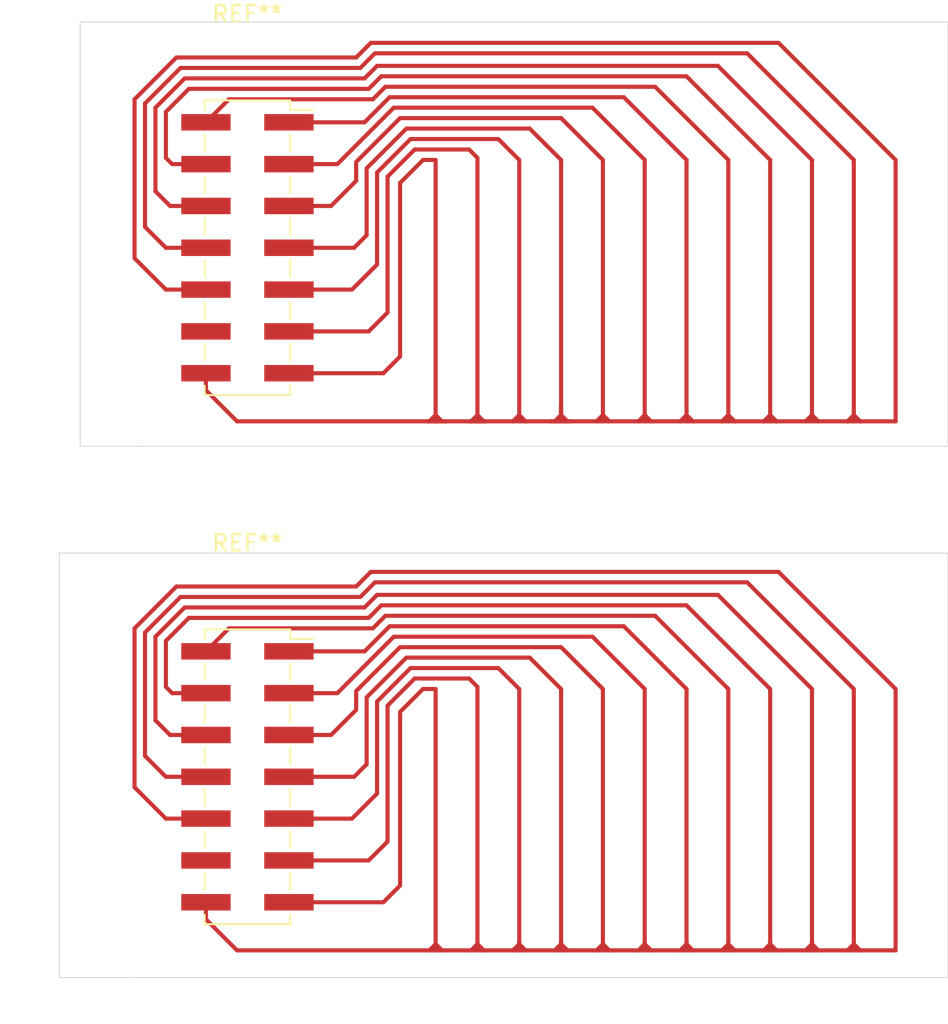
<source format=kicad_pcb>
(kicad_pcb (version 20171130) (host pcbnew "(5.1.6)-1")

  (general
    (thickness 1.6)
    (drawings 11)
    (tracks 316)
    (zones 0)
    (modules 2)
    (nets 1)
  )

  (page A4)
  (layers
    (0 F.Cu signal)
    (31 B.Cu signal)
    (32 B.Adhes user)
    (33 F.Adhes user)
    (34 B.Paste user)
    (35 F.Paste user)
    (36 B.SilkS user)
    (37 F.SilkS user)
    (38 B.Mask user)
    (39 F.Mask user)
    (40 Dwgs.User user)
    (41 Cmts.User user)
    (42 Eco1.User user)
    (43 Eco2.User user)
    (44 Edge.Cuts user)
    (45 Margin user)
    (46 B.CrtYd user)
    (47 F.CrtYd user)
    (48 B.Fab user)
    (49 F.Fab user)
  )

  (setup
    (last_trace_width 0.25)
    (trace_clearance 0.2)
    (zone_clearance 0.508)
    (zone_45_only no)
    (trace_min 0.2)
    (via_size 0.8)
    (via_drill 0.4)
    (via_min_size 0.4)
    (via_min_drill 0.3)
    (uvia_size 0.3)
    (uvia_drill 0.1)
    (uvias_allowed no)
    (uvia_min_size 0.2)
    (uvia_min_drill 0.1)
    (edge_width 0.05)
    (segment_width 0.2)
    (pcb_text_width 0.3)
    (pcb_text_size 1.5 1.5)
    (mod_edge_width 0.12)
    (mod_text_size 1 1)
    (mod_text_width 0.15)
    (pad_size 1.524 1.524)
    (pad_drill 0.762)
    (pad_to_mask_clearance 0.05)
    (aux_axis_origin 0 0)
    (visible_elements 7FFFFFFF)
    (pcbplotparams
      (layerselection 0x010fc_ffffffff)
      (usegerberextensions false)
      (usegerberattributes true)
      (usegerberadvancedattributes true)
      (creategerberjobfile true)
      (excludeedgelayer true)
      (linewidth 0.100000)
      (plotframeref false)
      (viasonmask false)
      (mode 1)
      (useauxorigin false)
      (hpglpennumber 1)
      (hpglpenspeed 20)
      (hpglpendiameter 15.000000)
      (psnegative false)
      (psa4output false)
      (plotreference true)
      (plotvalue true)
      (plotinvisibletext false)
      (padsonsilk false)
      (subtractmaskfromsilk false)
      (outputformat 1)
      (mirror false)
      (drillshape 0)
      (scaleselection 1)
      (outputdirectory "gerber/"))
  )

  (net 0 "")

  (net_class Default "This is the default net class."
    (clearance 0.2)
    (trace_width 0.25)
    (via_dia 0.8)
    (via_drill 0.4)
    (uvia_dia 0.3)
    (uvia_drill 0.1)
  )

  (module Connector_PinSocket_2.54mm:PinSocket_2x07_P2.54mm_Vertical_SMD (layer F.Cu) (tedit 5A19A41F) (tstamp 6286B92F)
    (at 100.457 83.947)
    (descr "surface-mounted straight socket strip, 2x07, 2.54mm pitch, double cols (from Kicad 4.0.7), script generated")
    (tags "Surface mounted socket strip SMD 2x07 2.54mm double row")
    (attr smd)
    (fp_text reference REF** (at 0 -14.2) (layer F.SilkS)
      (effects (font (size 1 1) (thickness 0.15)))
    )
    (fp_text value PinSocket_2x07_P2.54mm_Vertical_SMD (at 0 14.2) (layer F.Fab)
      (effects (font (size 1 1) (thickness 0.15)))
    )
    (fp_line (start -4.55 9.4) (end -4.55 -9.4) (layer F.CrtYd) (width 0.05))
    (fp_line (start 4.5 9.4) (end -4.55 9.4) (layer F.CrtYd) (width 0.05))
    (fp_line (start 4.5 -9.4) (end 4.5 9.4) (layer F.CrtYd) (width 0.05))
    (fp_line (start -4.55 -9.4) (end 4.5 -9.4) (layer F.CrtYd) (width 0.05))
    (fp_line (start 3.92 7.94) (end 2.54 7.94) (layer F.Fab) (width 0.1))
    (fp_line (start 3.92 7.3) (end 3.92 7.94) (layer F.Fab) (width 0.1))
    (fp_line (start 2.54 7.3) (end 3.92 7.3) (layer F.Fab) (width 0.1))
    (fp_line (start -3.92 7.94) (end -3.92 7.3) (layer F.Fab) (width 0.1))
    (fp_line (start -2.54 7.94) (end -3.92 7.94) (layer F.Fab) (width 0.1))
    (fp_line (start -3.92 7.3) (end -2.54 7.3) (layer F.Fab) (width 0.1))
    (fp_line (start 3.92 5.4) (end 2.54 5.4) (layer F.Fab) (width 0.1))
    (fp_line (start 3.92 4.76) (end 3.92 5.4) (layer F.Fab) (width 0.1))
    (fp_line (start 2.54 4.76) (end 3.92 4.76) (layer F.Fab) (width 0.1))
    (fp_line (start -3.92 5.4) (end -3.92 4.76) (layer F.Fab) (width 0.1))
    (fp_line (start -2.54 5.4) (end -3.92 5.4) (layer F.Fab) (width 0.1))
    (fp_line (start -3.92 4.76) (end -2.54 4.76) (layer F.Fab) (width 0.1))
    (fp_line (start 3.92 2.86) (end 2.54 2.86) (layer F.Fab) (width 0.1))
    (fp_line (start 3.92 2.22) (end 3.92 2.86) (layer F.Fab) (width 0.1))
    (fp_line (start 2.54 2.22) (end 3.92 2.22) (layer F.Fab) (width 0.1))
    (fp_line (start -3.92 2.86) (end -3.92 2.22) (layer F.Fab) (width 0.1))
    (fp_line (start -2.54 2.86) (end -3.92 2.86) (layer F.Fab) (width 0.1))
    (fp_line (start -3.92 2.22) (end -2.54 2.22) (layer F.Fab) (width 0.1))
    (fp_line (start 3.92 0.32) (end 2.54 0.32) (layer F.Fab) (width 0.1))
    (fp_line (start 3.92 -0.32) (end 3.92 0.32) (layer F.Fab) (width 0.1))
    (fp_line (start 2.54 -0.32) (end 3.92 -0.32) (layer F.Fab) (width 0.1))
    (fp_line (start -3.92 0.32) (end -3.92 -0.32) (layer F.Fab) (width 0.1))
    (fp_line (start -2.54 0.32) (end -3.92 0.32) (layer F.Fab) (width 0.1))
    (fp_line (start -3.92 -0.32) (end -2.54 -0.32) (layer F.Fab) (width 0.1))
    (fp_line (start 3.92 -2.22) (end 2.54 -2.22) (layer F.Fab) (width 0.1))
    (fp_line (start 3.92 -2.86) (end 3.92 -2.22) (layer F.Fab) (width 0.1))
    (fp_line (start 2.54 -2.86) (end 3.92 -2.86) (layer F.Fab) (width 0.1))
    (fp_line (start -3.92 -2.22) (end -3.92 -2.86) (layer F.Fab) (width 0.1))
    (fp_line (start -2.54 -2.22) (end -3.92 -2.22) (layer F.Fab) (width 0.1))
    (fp_line (start -3.92 -2.86) (end -2.54 -2.86) (layer F.Fab) (width 0.1))
    (fp_line (start 3.92 -4.76) (end 2.54 -4.76) (layer F.Fab) (width 0.1))
    (fp_line (start 3.92 -5.4) (end 3.92 -4.76) (layer F.Fab) (width 0.1))
    (fp_line (start 2.54 -5.4) (end 3.92 -5.4) (layer F.Fab) (width 0.1))
    (fp_line (start -3.92 -4.76) (end -3.92 -5.4) (layer F.Fab) (width 0.1))
    (fp_line (start -2.54 -4.76) (end -3.92 -4.76) (layer F.Fab) (width 0.1))
    (fp_line (start -3.92 -5.4) (end -2.54 -5.4) (layer F.Fab) (width 0.1))
    (fp_line (start 3.92 -7.3) (end 2.54 -7.3) (layer F.Fab) (width 0.1))
    (fp_line (start 3.92 -7.94) (end 3.92 -7.3) (layer F.Fab) (width 0.1))
    (fp_line (start 2.54 -7.94) (end 3.92 -7.94) (layer F.Fab) (width 0.1))
    (fp_line (start -3.92 -7.3) (end -3.92 -7.94) (layer F.Fab) (width 0.1))
    (fp_line (start -2.54 -7.3) (end -3.92 -7.3) (layer F.Fab) (width 0.1))
    (fp_line (start -3.92 -7.94) (end -2.54 -7.94) (layer F.Fab) (width 0.1))
    (fp_line (start -2.54 8.89) (end -2.54 -8.89) (layer F.Fab) (width 0.1))
    (fp_line (start 2.54 8.89) (end -2.54 8.89) (layer F.Fab) (width 0.1))
    (fp_line (start 2.54 -7.89) (end 2.54 8.89) (layer F.Fab) (width 0.1))
    (fp_line (start 1.54 -8.89) (end 2.54 -7.89) (layer F.Fab) (width 0.1))
    (fp_line (start -2.54 -8.89) (end 1.54 -8.89) (layer F.Fab) (width 0.1))
    (fp_line (start 2.6 -8.38) (end 3.96 -8.38) (layer F.SilkS) (width 0.12))
    (fp_line (start -2.6 8.38) (end -2.6 8.95) (layer F.SilkS) (width 0.12))
    (fp_line (start -2.6 5.84) (end -2.6 6.86) (layer F.SilkS) (width 0.12))
    (fp_line (start -2.6 3.3) (end -2.6 4.32) (layer F.SilkS) (width 0.12))
    (fp_line (start -2.6 0.76) (end -2.6 1.78) (layer F.SilkS) (width 0.12))
    (fp_line (start -2.6 -1.78) (end -2.6 -0.76) (layer F.SilkS) (width 0.12))
    (fp_line (start -2.6 -4.32) (end -2.6 -3.3) (layer F.SilkS) (width 0.12))
    (fp_line (start -2.6 -6.86) (end -2.6 -5.84) (layer F.SilkS) (width 0.12))
    (fp_line (start -2.6 -8.95) (end -2.6 -8.38) (layer F.SilkS) (width 0.12))
    (fp_line (start -2.6 8.95) (end 2.6 8.95) (layer F.SilkS) (width 0.12))
    (fp_line (start 2.6 8.38) (end 2.6 8.95) (layer F.SilkS) (width 0.12))
    (fp_line (start 2.6 5.84) (end 2.6 6.86) (layer F.SilkS) (width 0.12))
    (fp_line (start 2.6 3.3) (end 2.6 4.32) (layer F.SilkS) (width 0.12))
    (fp_line (start 2.6 0.76) (end 2.6 1.78) (layer F.SilkS) (width 0.12))
    (fp_line (start 2.6 -1.78) (end 2.6 -0.76) (layer F.SilkS) (width 0.12))
    (fp_line (start 2.6 -4.32) (end 2.6 -3.3) (layer F.SilkS) (width 0.12))
    (fp_line (start 2.6 -6.86) (end 2.6 -5.84) (layer F.SilkS) (width 0.12))
    (fp_line (start 2.6 -8.95) (end 2.6 -8.38) (layer F.SilkS) (width 0.12))
    (fp_line (start -2.6 -8.95) (end 2.6 -8.95) (layer F.SilkS) (width 0.12))
    (fp_text user %R (at 0 0 90) (layer F.Fab)
      (effects (font (size 1 1) (thickness 0.15)))
    )
    (pad 1 smd rect (at 2.52 -7.62) (size 3 1) (layers F.Cu F.Paste F.Mask))
    (pad 2 smd rect (at -2.52 -7.62) (size 3 1) (layers F.Cu F.Paste F.Mask))
    (pad 3 smd rect (at 2.52 -5.08) (size 3 1) (layers F.Cu F.Paste F.Mask))
    (pad 4 smd rect (at -2.52 -5.08) (size 3 1) (layers F.Cu F.Paste F.Mask))
    (pad 5 smd rect (at 2.52 -2.54) (size 3 1) (layers F.Cu F.Paste F.Mask))
    (pad 6 smd rect (at -2.52 -2.54) (size 3 1) (layers F.Cu F.Paste F.Mask))
    (pad 7 smd rect (at 2.52 0) (size 3 1) (layers F.Cu F.Paste F.Mask))
    (pad 8 smd rect (at -2.52 0) (size 3 1) (layers F.Cu F.Paste F.Mask))
    (pad 9 smd rect (at 2.52 2.54) (size 3 1) (layers F.Cu F.Paste F.Mask))
    (pad 10 smd rect (at -2.52 2.54) (size 3 1) (layers F.Cu F.Paste F.Mask))
    (pad 11 smd rect (at 2.52 5.08) (size 3 1) (layers F.Cu F.Paste F.Mask))
    (pad 12 smd rect (at -2.52 5.08) (size 3 1) (layers F.Cu F.Paste F.Mask))
    (pad 13 smd rect (at 2.52 7.62) (size 3 1) (layers F.Cu F.Paste F.Mask))
    (pad 14 smd rect (at -2.52 7.62) (size 3 1) (layers F.Cu F.Paste F.Mask))
    (model ${KISYS3DMOD}/Connector_PinSocket_2.54mm.3dshapes/PinSocket_2x07_P2.54mm_Vertical_SMD.wrl
      (at (xyz 0 0 0))
      (scale (xyz 1 1 1))
      (rotate (xyz 0 0 0))
    )
  )

  (module Connector_PinSocket_2.54mm:PinSocket_2x07_P2.54mm_Vertical_SMD (layer F.Cu) (tedit 5A19A41F) (tstamp 62866C2F)
    (at 100.457 51.816)
    (descr "surface-mounted straight socket strip, 2x07, 2.54mm pitch, double cols (from Kicad 4.0.7), script generated")
    (tags "Surface mounted socket strip SMD 2x07 2.54mm double row")
    (attr smd)
    (fp_text reference REF** (at 0 -14.2) (layer F.SilkS)
      (effects (font (size 1 1) (thickness 0.15)))
    )
    (fp_text value PinSocket_2x07_P2.54mm_Vertical_SMD (at 0 14.2) (layer F.Fab)
      (effects (font (size 1 1) (thickness 0.15)))
    )
    (fp_line (start -4.55 9.4) (end -4.55 -9.4) (layer F.CrtYd) (width 0.05))
    (fp_line (start 4.5 9.4) (end -4.55 9.4) (layer F.CrtYd) (width 0.05))
    (fp_line (start 4.5 -9.4) (end 4.5 9.4) (layer F.CrtYd) (width 0.05))
    (fp_line (start -4.55 -9.4) (end 4.5 -9.4) (layer F.CrtYd) (width 0.05))
    (fp_line (start 3.92 7.94) (end 2.54 7.94) (layer F.Fab) (width 0.1))
    (fp_line (start 3.92 7.3) (end 3.92 7.94) (layer F.Fab) (width 0.1))
    (fp_line (start 2.54 7.3) (end 3.92 7.3) (layer F.Fab) (width 0.1))
    (fp_line (start -3.92 7.94) (end -3.92 7.3) (layer F.Fab) (width 0.1))
    (fp_line (start -2.54 7.94) (end -3.92 7.94) (layer F.Fab) (width 0.1))
    (fp_line (start -3.92 7.3) (end -2.54 7.3) (layer F.Fab) (width 0.1))
    (fp_line (start 3.92 5.4) (end 2.54 5.4) (layer F.Fab) (width 0.1))
    (fp_line (start 3.92 4.76) (end 3.92 5.4) (layer F.Fab) (width 0.1))
    (fp_line (start 2.54 4.76) (end 3.92 4.76) (layer F.Fab) (width 0.1))
    (fp_line (start -3.92 5.4) (end -3.92 4.76) (layer F.Fab) (width 0.1))
    (fp_line (start -2.54 5.4) (end -3.92 5.4) (layer F.Fab) (width 0.1))
    (fp_line (start -3.92 4.76) (end -2.54 4.76) (layer F.Fab) (width 0.1))
    (fp_line (start 3.92 2.86) (end 2.54 2.86) (layer F.Fab) (width 0.1))
    (fp_line (start 3.92 2.22) (end 3.92 2.86) (layer F.Fab) (width 0.1))
    (fp_line (start 2.54 2.22) (end 3.92 2.22) (layer F.Fab) (width 0.1))
    (fp_line (start -3.92 2.86) (end -3.92 2.22) (layer F.Fab) (width 0.1))
    (fp_line (start -2.54 2.86) (end -3.92 2.86) (layer F.Fab) (width 0.1))
    (fp_line (start -3.92 2.22) (end -2.54 2.22) (layer F.Fab) (width 0.1))
    (fp_line (start 3.92 0.32) (end 2.54 0.32) (layer F.Fab) (width 0.1))
    (fp_line (start 3.92 -0.32) (end 3.92 0.32) (layer F.Fab) (width 0.1))
    (fp_line (start 2.54 -0.32) (end 3.92 -0.32) (layer F.Fab) (width 0.1))
    (fp_line (start -3.92 0.32) (end -3.92 -0.32) (layer F.Fab) (width 0.1))
    (fp_line (start -2.54 0.32) (end -3.92 0.32) (layer F.Fab) (width 0.1))
    (fp_line (start -3.92 -0.32) (end -2.54 -0.32) (layer F.Fab) (width 0.1))
    (fp_line (start 3.92 -2.22) (end 2.54 -2.22) (layer F.Fab) (width 0.1))
    (fp_line (start 3.92 -2.86) (end 3.92 -2.22) (layer F.Fab) (width 0.1))
    (fp_line (start 2.54 -2.86) (end 3.92 -2.86) (layer F.Fab) (width 0.1))
    (fp_line (start -3.92 -2.22) (end -3.92 -2.86) (layer F.Fab) (width 0.1))
    (fp_line (start -2.54 -2.22) (end -3.92 -2.22) (layer F.Fab) (width 0.1))
    (fp_line (start -3.92 -2.86) (end -2.54 -2.86) (layer F.Fab) (width 0.1))
    (fp_line (start 3.92 -4.76) (end 2.54 -4.76) (layer F.Fab) (width 0.1))
    (fp_line (start 3.92 -5.4) (end 3.92 -4.76) (layer F.Fab) (width 0.1))
    (fp_line (start 2.54 -5.4) (end 3.92 -5.4) (layer F.Fab) (width 0.1))
    (fp_line (start -3.92 -4.76) (end -3.92 -5.4) (layer F.Fab) (width 0.1))
    (fp_line (start -2.54 -4.76) (end -3.92 -4.76) (layer F.Fab) (width 0.1))
    (fp_line (start -3.92 -5.4) (end -2.54 -5.4) (layer F.Fab) (width 0.1))
    (fp_line (start 3.92 -7.3) (end 2.54 -7.3) (layer F.Fab) (width 0.1))
    (fp_line (start 3.92 -7.94) (end 3.92 -7.3) (layer F.Fab) (width 0.1))
    (fp_line (start 2.54 -7.94) (end 3.92 -7.94) (layer F.Fab) (width 0.1))
    (fp_line (start -3.92 -7.3) (end -3.92 -7.94) (layer F.Fab) (width 0.1))
    (fp_line (start -2.54 -7.3) (end -3.92 -7.3) (layer F.Fab) (width 0.1))
    (fp_line (start -3.92 -7.94) (end -2.54 -7.94) (layer F.Fab) (width 0.1))
    (fp_line (start -2.54 8.89) (end -2.54 -8.89) (layer F.Fab) (width 0.1))
    (fp_line (start 2.54 8.89) (end -2.54 8.89) (layer F.Fab) (width 0.1))
    (fp_line (start 2.54 -7.89) (end 2.54 8.89) (layer F.Fab) (width 0.1))
    (fp_line (start 1.54 -8.89) (end 2.54 -7.89) (layer F.Fab) (width 0.1))
    (fp_line (start -2.54 -8.89) (end 1.54 -8.89) (layer F.Fab) (width 0.1))
    (fp_line (start 2.6 -8.38) (end 3.96 -8.38) (layer F.SilkS) (width 0.12))
    (fp_line (start -2.6 8.38) (end -2.6 8.95) (layer F.SilkS) (width 0.12))
    (fp_line (start -2.6 5.84) (end -2.6 6.86) (layer F.SilkS) (width 0.12))
    (fp_line (start -2.6 3.3) (end -2.6 4.32) (layer F.SilkS) (width 0.12))
    (fp_line (start -2.6 0.76) (end -2.6 1.78) (layer F.SilkS) (width 0.12))
    (fp_line (start -2.6 -1.78) (end -2.6 -0.76) (layer F.SilkS) (width 0.12))
    (fp_line (start -2.6 -4.32) (end -2.6 -3.3) (layer F.SilkS) (width 0.12))
    (fp_line (start -2.6 -6.86) (end -2.6 -5.84) (layer F.SilkS) (width 0.12))
    (fp_line (start -2.6 -8.95) (end -2.6 -8.38) (layer F.SilkS) (width 0.12))
    (fp_line (start -2.6 8.95) (end 2.6 8.95) (layer F.SilkS) (width 0.12))
    (fp_line (start 2.6 8.38) (end 2.6 8.95) (layer F.SilkS) (width 0.12))
    (fp_line (start 2.6 5.84) (end 2.6 6.86) (layer F.SilkS) (width 0.12))
    (fp_line (start 2.6 3.3) (end 2.6 4.32) (layer F.SilkS) (width 0.12))
    (fp_line (start 2.6 0.76) (end 2.6 1.78) (layer F.SilkS) (width 0.12))
    (fp_line (start 2.6 -1.78) (end 2.6 -0.76) (layer F.SilkS) (width 0.12))
    (fp_line (start 2.6 -4.32) (end 2.6 -3.3) (layer F.SilkS) (width 0.12))
    (fp_line (start 2.6 -6.86) (end 2.6 -5.84) (layer F.SilkS) (width 0.12))
    (fp_line (start 2.6 -8.95) (end 2.6 -8.38) (layer F.SilkS) (width 0.12))
    (fp_line (start -2.6 -8.95) (end 2.6 -8.95) (layer F.SilkS) (width 0.12))
    (fp_text user %R (at 0 0 90) (layer F.Fab)
      (effects (font (size 1 1) (thickness 0.15)))
    )
    (pad 14 smd rect (at -2.52 7.62) (size 3 1) (layers F.Cu F.Paste F.Mask))
    (pad 13 smd rect (at 2.52 7.62) (size 3 1) (layers F.Cu F.Paste F.Mask))
    (pad 12 smd rect (at -2.52 5.08) (size 3 1) (layers F.Cu F.Paste F.Mask))
    (pad 11 smd rect (at 2.52 5.08) (size 3 1) (layers F.Cu F.Paste F.Mask))
    (pad 10 smd rect (at -2.52 2.54) (size 3 1) (layers F.Cu F.Paste F.Mask))
    (pad 9 smd rect (at 2.52 2.54) (size 3 1) (layers F.Cu F.Paste F.Mask))
    (pad 8 smd rect (at -2.52 0) (size 3 1) (layers F.Cu F.Paste F.Mask))
    (pad 7 smd rect (at 2.52 0) (size 3 1) (layers F.Cu F.Paste F.Mask))
    (pad 6 smd rect (at -2.52 -2.54) (size 3 1) (layers F.Cu F.Paste F.Mask))
    (pad 5 smd rect (at 2.52 -2.54) (size 3 1) (layers F.Cu F.Paste F.Mask))
    (pad 4 smd rect (at -2.52 -5.08) (size 3 1) (layers F.Cu F.Paste F.Mask))
    (pad 3 smd rect (at 2.52 -5.08) (size 3 1) (layers F.Cu F.Paste F.Mask))
    (pad 2 smd rect (at -2.52 -7.62) (size 3 1) (layers F.Cu F.Paste F.Mask))
    (pad 1 smd rect (at 2.52 -7.62) (size 3 1) (layers F.Cu F.Paste F.Mask))
    (model ${KISYS3DMOD}/Connector_PinSocket_2.54mm.3dshapes/PinSocket_2x07_P2.54mm_Vertical_SMD.wrl
      (at (xyz 0 0 0))
      (scale (xyz 1 1 1))
      (rotate (xyz 0 0 0))
    )
  )

  (gr_line (start 93.726 96.139) (end 89.027 96.139) (layer Edge.Cuts) (width 0.05) (tstamp 6286BA9B))
  (gr_line (start 93.726 70.358) (end 89.027 70.358) (layer Edge.Cuts) (width 0.05) (tstamp 6286BA9A))
  (gr_line (start 90.297 38.1) (end 143.002 38.1) (layer Edge.Cuts) (width 0.05) (tstamp 6286BA97))
  (gr_line (start 93.726 63.881) (end 90.297 63.881) (layer Edge.Cuts) (width 0.05) (tstamp 6286BA96))
  (gr_line (start 143.002 63.881) (end 143.002 38.1) (layer Edge.Cuts) (width 0.05) (tstamp 62866C93))
  (gr_line (start 93.726 63.881) (end 143.002 63.881) (layer Edge.Cuts) (width 0.05) (tstamp 62866C2E))
  (gr_line (start 90.297 38.1) (end 90.297 63.881) (layer Edge.Cuts) (width 0.05) (tstamp 62866C2D))
  (gr_line (start 143.002 70.358) (end 93.726 70.358) (layer Edge.Cuts) (width 0.05) (tstamp 62811ECE))
  (gr_line (start 143.002 96.139) (end 143.002 70.358) (layer Edge.Cuts) (width 0.05))
  (gr_line (start 93.726 96.139) (end 143.002 96.139) (layer Edge.Cuts) (width 0.05))
  (gr_line (start 89.027 70.358) (end 89.027 96.139) (layer Edge.Cuts) (width 0.05))

  (segment (start 97.937 60.472) (end 97.937 59.436) (width 0.25) (layer F.Cu) (net 0))
  (segment (start 99.822 62.357) (end 97.937 60.472) (width 0.25) (layer F.Cu) (net 0))
  (segment (start 108.712 59.436) (end 102.977 59.436) (width 0.25) (layer F.Cu) (net 0))
  (segment (start 111.887 46.482) (end 111.125 46.482) (width 0.25) (layer F.Cu) (net 0))
  (segment (start 111.125 46.482) (end 109.728 47.879) (width 0.25) (layer F.Cu) (net 0))
  (segment (start 109.728 47.879) (end 109.728 58.42) (width 0.25) (layer F.Cu) (net 0))
  (segment (start 109.728 58.42) (end 108.712 59.436) (width 0.25) (layer F.Cu) (net 0))
  (segment (start 108.966 55.753) (end 107.823 56.896) (width 0.25) (layer F.Cu) (net 0))
  (segment (start 107.823 56.896) (end 102.977 56.896) (width 0.25) (layer F.Cu) (net 0))
  (segment (start 114.427 46.355) (end 113.919 45.847) (width 0.25) (layer F.Cu) (net 0))
  (segment (start 110.617 45.847) (end 108.966 47.498) (width 0.25) (layer F.Cu) (net 0))
  (segment (start 108.966 47.498) (end 108.966 55.753) (width 0.25) (layer F.Cu) (net 0))
  (segment (start 113.919 45.847) (end 110.617 45.847) (width 0.25) (layer F.Cu) (net 0))
  (segment (start 106.807 54.356) (end 102.977 54.356) (width 0.25) (layer F.Cu) (net 0))
  (segment (start 108.331 52.832) (end 106.807 54.356) (width 0.25) (layer F.Cu) (net 0))
  (segment (start 116.967 46.482) (end 115.697 45.212) (width 0.25) (layer F.Cu) (net 0))
  (segment (start 108.331 47.244) (end 108.331 52.832) (width 0.25) (layer F.Cu) (net 0))
  (segment (start 115.697 45.212) (end 110.363 45.212) (width 0.25) (layer F.Cu) (net 0))
  (segment (start 110.363 45.212) (end 108.331 47.244) (width 0.25) (layer F.Cu) (net 0))
  (segment (start 106.934 51.816) (end 102.977 51.816) (width 0.25) (layer F.Cu) (net 0))
  (segment (start 119.507 46.482) (end 117.602 44.577) (width 0.25) (layer F.Cu) (net 0))
  (segment (start 117.602 44.577) (end 110.109 44.577) (width 0.25) (layer F.Cu) (net 0))
  (segment (start 107.696 46.99) (end 107.696 51.054) (width 0.25) (layer F.Cu) (net 0))
  (segment (start 107.696 51.054) (end 106.934 51.816) (width 0.25) (layer F.Cu) (net 0))
  (segment (start 110.109 44.577) (end 107.696 46.99) (width 0.25) (layer F.Cu) (net 0))
  (segment (start 107.061 47.752) (end 105.537 49.276) (width 0.25) (layer F.Cu) (net 0))
  (segment (start 105.537 49.276) (end 102.977 49.276) (width 0.25) (layer F.Cu) (net 0))
  (segment (start 122.047 46.482) (end 119.507 43.942) (width 0.25) (layer F.Cu) (net 0))
  (segment (start 109.728 43.942) (end 107.061 46.609) (width 0.25) (layer F.Cu) (net 0))
  (segment (start 119.507 43.942) (end 109.728 43.942) (width 0.25) (layer F.Cu) (net 0))
  (segment (start 107.061 46.609) (end 107.061 47.752) (width 0.25) (layer F.Cu) (net 0))
  (segment (start 105.918 46.736) (end 102.977 46.736) (width 0.25) (layer F.Cu) (net 0))
  (segment (start 121.412 43.307) (end 109.347 43.307) (width 0.25) (layer F.Cu) (net 0))
  (segment (start 109.347 43.307) (end 105.918 46.736) (width 0.25) (layer F.Cu) (net 0))
  (segment (start 124.587 46.482) (end 121.412 43.307) (width 0.25) (layer F.Cu) (net 0))
  (segment (start 107.569 44.196) (end 102.977 44.196) (width 0.25) (layer F.Cu) (net 0))
  (segment (start 123.317 42.672) (end 109.093 42.672) (width 0.25) (layer F.Cu) (net 0))
  (segment (start 109.093 42.672) (end 107.569 44.196) (width 0.25) (layer F.Cu) (net 0))
  (segment (start 127.127 46.482) (end 123.317 42.672) (width 0.25) (layer F.Cu) (net 0))
  (segment (start 99.334 42.799) (end 97.937 44.196) (width 0.25) (layer F.Cu) (net 0))
  (segment (start 129.667 46.482) (end 125.222 42.037) (width 0.25) (layer F.Cu) (net 0))
  (segment (start 125.222 42.037) (end 108.839 42.037) (width 0.25) (layer F.Cu) (net 0))
  (segment (start 108.077 42.799) (end 99.334 42.799) (width 0.25) (layer F.Cu) (net 0))
  (segment (start 108.839 42.037) (end 108.077 42.799) (width 0.25) (layer F.Cu) (net 0))
  (segment (start 95.885 46.736) (end 97.937 46.736) (width 0.25) (layer F.Cu) (net 0))
  (segment (start 95.504 46.355) (end 95.885 46.736) (width 0.25) (layer F.Cu) (net 0))
  (segment (start 132.207 46.482) (end 127.127 41.402) (width 0.25) (layer F.Cu) (net 0))
  (segment (start 95.504 43.561) (end 95.504 46.355) (width 0.25) (layer F.Cu) (net 0))
  (segment (start 96.901 42.164) (end 95.504 43.561) (width 0.25) (layer F.Cu) (net 0))
  (segment (start 108.585 41.402) (end 107.823 42.164) (width 0.25) (layer F.Cu) (net 0))
  (segment (start 127.127 41.402) (end 108.585 41.402) (width 0.25) (layer F.Cu) (net 0))
  (segment (start 107.823 42.164) (end 96.901 42.164) (width 0.25) (layer F.Cu) (net 0))
  (segment (start 95.758 49.276) (end 97.937 49.276) (width 0.25) (layer F.Cu) (net 0))
  (segment (start 94.869 48.387) (end 95.758 49.276) (width 0.25) (layer F.Cu) (net 0))
  (segment (start 96.647 41.529) (end 94.869 43.307) (width 0.25) (layer F.Cu) (net 0))
  (segment (start 134.747 46.482) (end 129.032 40.767) (width 0.25) (layer F.Cu) (net 0))
  (segment (start 108.331 40.767) (end 107.569 41.529) (width 0.25) (layer F.Cu) (net 0))
  (segment (start 129.032 40.767) (end 108.331 40.767) (width 0.25) (layer F.Cu) (net 0))
  (segment (start 94.869 43.307) (end 94.869 48.387) (width 0.25) (layer F.Cu) (net 0))
  (segment (start 107.569 41.529) (end 96.647 41.529) (width 0.25) (layer F.Cu) (net 0))
  (segment (start 95.504 51.816) (end 97.937 51.816) (width 0.25) (layer F.Cu) (net 0))
  (segment (start 94.234 43.053) (end 94.234 50.546) (width 0.25) (layer F.Cu) (net 0))
  (segment (start 137.287 46.482) (end 130.81 40.005) (width 0.25) (layer F.Cu) (net 0))
  (segment (start 130.81 40.005) (end 108.204 40.005) (width 0.25) (layer F.Cu) (net 0))
  (segment (start 96.393 40.894) (end 94.234 43.053) (width 0.25) (layer F.Cu) (net 0))
  (segment (start 108.204 40.005) (end 107.315 40.894) (width 0.25) (layer F.Cu) (net 0))
  (segment (start 94.234 50.546) (end 95.504 51.816) (width 0.25) (layer F.Cu) (net 0))
  (segment (start 107.315 40.894) (end 96.393 40.894) (width 0.25) (layer F.Cu) (net 0))
  (segment (start 108.077 74.93) (end 99.334 74.93) (width 0.25) (layer F.Cu) (net 0) (tstamp 6286B987))
  (segment (start 108.839 74.168) (end 108.077 74.93) (width 0.25) (layer F.Cu) (net 0) (tstamp 6286B988))
  (segment (start 129.667 78.613) (end 125.222 74.168) (width 0.25) (layer F.Cu) (net 0) (tstamp 6286B989))
  (segment (start 125.222 74.168) (end 108.839 74.168) (width 0.25) (layer F.Cu) (net 0) (tstamp 6286B98A))
  (segment (start 132.207 78.613) (end 127.127 73.533) (width 0.25) (layer F.Cu) (net 0) (tstamp 6286B98C))
  (segment (start 96.901 74.295) (end 95.504 75.692) (width 0.25) (layer F.Cu) (net 0) (tstamp 6286B98D))
  (segment (start 95.504 75.692) (end 95.504 78.486) (width 0.25) (layer F.Cu) (net 0) (tstamp 6286B98F))
  (segment (start 95.885 78.867) (end 97.937 78.867) (width 0.25) (layer F.Cu) (net 0) (tstamp 6286B990))
  (segment (start 95.504 78.486) (end 95.885 78.867) (width 0.25) (layer F.Cu) (net 0) (tstamp 6286B991))
  (segment (start 108.585 73.533) (end 107.823 74.295) (width 0.25) (layer F.Cu) (net 0) (tstamp 6286B992))
  (segment (start 107.823 74.295) (end 96.901 74.295) (width 0.25) (layer F.Cu) (net 0) (tstamp 6286B993))
  (segment (start 127.127 73.533) (end 108.585 73.533) (width 0.25) (layer F.Cu) (net 0) (tstamp 6286B994))
  (segment (start 107.315 73.025) (end 96.393 73.025) (width 0.25) (layer F.Cu) (net 0) (tstamp 6286B995))
  (segment (start 95.504 83.947) (end 97.937 83.947) (width 0.25) (layer F.Cu) (net 0) (tstamp 6286B996))
  (segment (start 94.234 75.184) (end 94.234 82.677) (width 0.25) (layer F.Cu) (net 0) (tstamp 6286B997))
  (segment (start 137.287 78.613) (end 130.81 72.136) (width 0.25) (layer F.Cu) (net 0) (tstamp 6286B998))
  (segment (start 108.204 72.136) (end 107.315 73.025) (width 0.25) (layer F.Cu) (net 0) (tstamp 6286B999))
  (segment (start 130.81 72.136) (end 108.204 72.136) (width 0.25) (layer F.Cu) (net 0) (tstamp 6286B99A))
  (segment (start 96.393 73.025) (end 94.234 75.184) (width 0.25) (layer F.Cu) (net 0) (tstamp 6286B99C))
  (segment (start 94.234 82.677) (end 95.504 83.947) (width 0.25) (layer F.Cu) (net 0) (tstamp 6286B99D))
  (segment (start 109.728 80.01) (end 109.728 90.551) (width 0.25) (layer F.Cu) (net 0) (tstamp 6286B99E))
  (segment (start 109.728 90.551) (end 108.712 91.567) (width 0.25) (layer F.Cu) (net 0) (tstamp 6286B99F))
  (segment (start 108.712 91.567) (end 102.977 91.567) (width 0.25) (layer F.Cu) (net 0) (tstamp 6286B9A0))
  (segment (start 111.125 78.613) (end 109.728 80.01) (width 0.25) (layer F.Cu) (net 0) (tstamp 6286B9A2))
  (segment (start 111.887 78.613) (end 111.125 78.613) (width 0.25) (layer F.Cu) (net 0) (tstamp 6286B9A3))
  (segment (start 105.537 81.407) (end 102.977 81.407) (width 0.25) (layer F.Cu) (net 0) (tstamp 6286B9A4))
  (segment (start 122.047 78.613) (end 119.507 76.073) (width 0.25) (layer F.Cu) (net 0) (tstamp 6286B9A5))
  (segment (start 109.728 76.073) (end 107.061 78.74) (width 0.25) (layer F.Cu) (net 0) (tstamp 6286B9A6))
  (segment (start 95.504 86.487) (end 97.937 86.487) (width 0.25) (layer F.Cu) (net 0) (tstamp 6286B9A7))
  (segment (start 132.715 71.501) (end 107.95 71.501) (width 0.25) (layer F.Cu) (net 0) (tstamp 6286B9AA))
  (segment (start 119.507 76.073) (end 109.728 76.073) (width 0.25) (layer F.Cu) (net 0) (tstamp 6286B9AB))
  (segment (start 107.061 78.74) (end 107.061 79.883) (width 0.25) (layer F.Cu) (net 0) (tstamp 6286B9AC))
  (segment (start 107.061 72.39) (end 96.139 72.39) (width 0.25) (layer F.Cu) (net 0) (tstamp 6286B9AD))
  (segment (start 139.827 94.488) (end 139.827 78.613) (width 0.25) (layer F.Cu) (net 0) (tstamp 6286B9AE))
  (segment (start 107.569 76.327) (end 102.977 76.327) (width 0.25) (layer F.Cu) (net 0) (tstamp 6286B9AF))
  (segment (start 108.331 79.375) (end 108.331 84.963) (width 0.25) (layer F.Cu) (net 0) (tstamp 6286B9B0))
  (segment (start 139.827 78.613) (end 132.715 71.501) (width 0.25) (layer F.Cu) (net 0) (tstamp 6286B9B1))
  (segment (start 123.317 74.803) (end 109.093 74.803) (width 0.25) (layer F.Cu) (net 0) (tstamp 6286B9B2))
  (segment (start 93.599 84.582) (end 95.504 86.487) (width 0.25) (layer F.Cu) (net 0) (tstamp 6286B9B3))
  (segment (start 93.599 74.93) (end 93.599 84.582) (width 0.25) (layer F.Cu) (net 0) (tstamp 6286B9B4))
  (segment (start 109.093 74.803) (end 107.569 76.327) (width 0.25) (layer F.Cu) (net 0) (tstamp 6286B9B5))
  (segment (start 106.807 86.487) (end 102.977 86.487) (width 0.25) (layer F.Cu) (net 0) (tstamp 6286B9B6))
  (segment (start 115.697 77.343) (end 110.363 77.343) (width 0.25) (layer F.Cu) (net 0) (tstamp 6286B9B7))
  (segment (start 107.95 71.501) (end 107.061 72.39) (width 0.25) (layer F.Cu) (net 0) (tstamp 6286B9B8))
  (segment (start 108.331 84.963) (end 106.807 86.487) (width 0.25) (layer F.Cu) (net 0) (tstamp 6286B9B9))
  (segment (start 110.363 77.343) (end 108.331 79.375) (width 0.25) (layer F.Cu) (net 0) (tstamp 6286B9BA))
  (segment (start 96.139 72.39) (end 93.599 74.93) (width 0.25) (layer F.Cu) (net 0) (tstamp 6286B9BB))
  (segment (start 116.967 78.613) (end 115.697 77.343) (width 0.25) (layer F.Cu) (net 0) (tstamp 6286B9BC))
  (segment (start 107.061 79.883) (end 105.537 81.407) (width 0.25) (layer F.Cu) (net 0) (tstamp 6286B9BE))
  (segment (start 110.617 77.978) (end 108.966 79.629) (width 0.25) (layer F.Cu) (net 0) (tstamp 6286B9BF))
  (segment (start 121.412 75.438) (end 109.347 75.438) (width 0.25) (layer F.Cu) (net 0) (tstamp 6286B9C0))
  (segment (start 99.822 94.488) (end 97.937 92.603) (width 0.25) (layer F.Cu) (net 0) (tstamp 6286B9C1))
  (segment (start 99.334 74.93) (end 97.937 76.327) (width 0.25) (layer F.Cu) (net 0) (tstamp 6286B9C2))
  (segment (start 96.647 73.66) (end 94.869 75.438) (width 0.25) (layer F.Cu) (net 0) (tstamp 6286B9C3))
  (segment (start 109.347 75.438) (end 105.918 78.867) (width 0.25) (layer F.Cu) (net 0) (tstamp 6286B9C5))
  (segment (start 95.758 81.407) (end 97.937 81.407) (width 0.25) (layer F.Cu) (net 0) (tstamp 6286B9C6))
  (segment (start 108.966 79.629) (end 108.966 87.884) (width 0.25) (layer F.Cu) (net 0) (tstamp 6286B9C8))
  (segment (start 94.869 80.518) (end 95.758 81.407) (width 0.25) (layer F.Cu) (net 0) (tstamp 6286B9C9))
  (segment (start 105.918 78.867) (end 102.977 78.867) (width 0.25) (layer F.Cu) (net 0) (tstamp 6286B9CA))
  (segment (start 124.587 78.613) (end 121.412 75.438) (width 0.25) (layer F.Cu) (net 0) (tstamp 6286B9CB))
  (segment (start 108.966 87.884) (end 107.823 89.027) (width 0.25) (layer F.Cu) (net 0) (tstamp 6286B9CC))
  (segment (start 107.823 89.027) (end 102.977 89.027) (width 0.25) (layer F.Cu) (net 0) (tstamp 6286B9CD))
  (segment (start 114.427 78.486) (end 113.919 77.978) (width 0.25) (layer F.Cu) (net 0) (tstamp 6286B9CE))
  (segment (start 134.747 78.613) (end 129.032 72.898) (width 0.25) (layer F.Cu) (net 0) (tstamp 6286B9D0))
  (segment (start 113.919 77.978) (end 110.617 77.978) (width 0.25) (layer F.Cu) (net 0) (tstamp 6286B9D1))
  (segment (start 97.937 92.603) (end 97.937 91.567) (width 0.25) (layer F.Cu) (net 0) (tstamp 6286B9D2))
  (segment (start 127.127 78.613) (end 123.317 74.803) (width 0.25) (layer F.Cu) (net 0) (tstamp 6286B9D4))
  (segment (start 129.032 72.898) (end 108.331 72.898) (width 0.25) (layer F.Cu) (net 0) (tstamp 6286B9D5))
  (segment (start 110.109 76.708) (end 107.696 79.121) (width 0.25) (layer F.Cu) (net 0) (tstamp 6286B9D6))
  (segment (start 119.507 78.613) (end 117.602 76.708) (width 0.25) (layer F.Cu) (net 0) (tstamp 6286B9D7))
  (segment (start 107.569 73.66) (end 96.647 73.66) (width 0.25) (layer F.Cu) (net 0) (tstamp 6286B9D8))
  (segment (start 117.602 76.708) (end 110.109 76.708) (width 0.25) (layer F.Cu) (net 0) (tstamp 6286B9D9))
  (segment (start 107.696 79.121) (end 107.696 83.185) (width 0.25) (layer F.Cu) (net 0) (tstamp 6286B9DB))
  (segment (start 94.869 75.438) (end 94.869 80.518) (width 0.25) (layer F.Cu) (net 0) (tstamp 6286B9DC))
  (segment (start 108.331 72.898) (end 107.569 73.66) (width 0.25) (layer F.Cu) (net 0) (tstamp 6286B9DD))
  (segment (start 106.934 83.947) (end 102.977 83.947) (width 0.25) (layer F.Cu) (net 0) (tstamp 6286B9DE))
  (segment (start 107.696 83.185) (end 106.934 83.947) (width 0.25) (layer F.Cu) (net 0) (tstamp 6286B9E0))
  (segment (start 111.887 62.357) (end 112.522 62.357) (width 0.25) (layer F.Cu) (net 0))
  (segment (start 111.379 62.357) (end 99.822 62.357) (width 0.25) (layer F.Cu) (net 0))
  (segment (start 111.887 61.595) (end 111.887 46.482) (width 0.25) (layer F.Cu) (net 0))
  (segment (start 113.919 62.357) (end 114.935 62.357) (width 0.25) (layer F.Cu) (net 0))
  (segment (start 112.522 62.357) (end 113.919 62.357) (width 0.25) (layer F.Cu) (net 0))
  (segment (start 114.427 61.468) (end 114.427 46.355) (width 0.25) (layer F.Cu) (net 0))
  (segment (start 119.507 62.23) (end 119.634 62.357) (width 0.25) (layer F.Cu) (net 0))
  (segment (start 119.507 61.468) (end 119.507 62.23) (width 0.25) (layer F.Cu) (net 0))
  (segment (start 119.507 61.468) (end 119.507 46.482) (width 0.25) (layer F.Cu) (net 0))
  (segment (start 116.586 62.357) (end 116.967 61.976) (width 0.25) (layer F.Cu) (net 0))
  (segment (start 116.967 61.976) (end 116.967 46.482) (width 0.25) (layer F.Cu) (net 0))
  (segment (start 116.967 62.357) (end 116.967 61.976) (width 0.25) (layer F.Cu) (net 0))
  (segment (start 116.967 61.976) (end 117.348 62.357) (width 0.25) (layer F.Cu) (net 0))
  (segment (start 116.586 62.357) (end 117.348 62.357) (width 0.25) (layer F.Cu) (net 0))
  (segment (start 117.348 62.357) (end 118.872 62.357) (width 0.25) (layer F.Cu) (net 0))
  (segment (start 114.427 61.976) (end 114.046 62.357) (width 0.25) (layer F.Cu) (net 0))
  (segment (start 113.919 62.357) (end 114.046 62.357) (width 0.25) (layer F.Cu) (net 0))
  (segment (start 114.427 61.976) (end 114.427 61.468) (width 0.25) (layer F.Cu) (net 0))
  (segment (start 114.427 62.357) (end 114.427 61.976) (width 0.25) (layer F.Cu) (net 0))
  (segment (start 114.046 62.357) (end 114.808 62.357) (width 0.25) (layer F.Cu) (net 0))
  (segment (start 114.427 61.976) (end 114.808 62.357) (width 0.25) (layer F.Cu) (net 0))
  (segment (start 114.808 62.357) (end 116.586 62.357) (width 0.25) (layer F.Cu) (net 0))
  (segment (start 111.887 62.357) (end 111.506 62.357) (width 0.25) (layer F.Cu) (net 0))
  (segment (start 111.887 61.976) (end 111.506 62.357) (width 0.25) (layer F.Cu) (net 0))
  (segment (start 111.506 62.357) (end 111.379 62.357) (width 0.25) (layer F.Cu) (net 0))
  (segment (start 111.887 61.976) (end 111.887 62.357) (width 0.25) (layer F.Cu) (net 0))
  (segment (start 111.887 61.595) (end 111.887 61.976) (width 0.25) (layer F.Cu) (net 0))
  (segment (start 111.887 61.976) (end 112.268 62.357) (width 0.25) (layer F.Cu) (net 0))
  (segment (start 111.379 62.357) (end 112.268 62.357) (width 0.25) (layer F.Cu) (net 0))
  (segment (start 112.268 62.357) (end 112.522 62.357) (width 0.25) (layer F.Cu) (net 0))
  (segment (start 119.126 62.357) (end 119.634 62.357) (width 0.25) (layer F.Cu) (net 0))
  (segment (start 118.872 62.357) (end 119.126 62.357) (width 0.25) (layer F.Cu) (net 0))
  (segment (start 119.507 61.976) (end 119.507 61.468) (width 0.25) (layer F.Cu) (net 0))
  (segment (start 119.507 61.976) (end 119.126 62.357) (width 0.25) (layer F.Cu) (net 0))
  (segment (start 119.507 62.357) (end 119.507 61.976) (width 0.25) (layer F.Cu) (net 0))
  (segment (start 119.507 61.976) (end 119.888 62.357) (width 0.25) (layer F.Cu) (net 0))
  (segment (start 119.634 62.357) (end 119.888 62.357) (width 0.25) (layer F.Cu) (net 0))
  (segment (start 119.888 62.357) (end 120.142 62.357) (width 0.25) (layer F.Cu) (net 0))
  (segment (start 122.047 61.849) (end 122.047 61.976) (width 0.25) (layer F.Cu) (net 0))
  (segment (start 122.047 61.976) (end 121.666 62.357) (width 0.25) (layer F.Cu) (net 0))
  (segment (start 122.047 62.357) (end 122.047 61.849) (width 0.25) (layer F.Cu) (net 0))
  (segment (start 122.047 61.849) (end 122.047 46.482) (width 0.25) (layer F.Cu) (net 0))
  (segment (start 118.872 62.357) (end 121.666 62.357) (width 0.25) (layer F.Cu) (net 0))
  (segment (start 121.666 62.357) (end 122.428 62.357) (width 0.25) (layer F.Cu) (net 0))
  (segment (start 122.047 61.976) (end 122.428 62.357) (width 0.25) (layer F.Cu) (net 0))
  (segment (start 124.587 61.976) (end 124.206 62.357) (width 0.25) (layer F.Cu) (net 0))
  (segment (start 122.428 62.357) (end 124.206 62.357) (width 0.25) (layer F.Cu) (net 0))
  (segment (start 124.587 61.976) (end 124.587 46.482) (width 0.25) (layer F.Cu) (net 0))
  (segment (start 124.587 62.357) (end 124.587 61.976) (width 0.25) (layer F.Cu) (net 0))
  (segment (start 124.587 61.976) (end 124.968 62.357) (width 0.25) (layer F.Cu) (net 0))
  (segment (start 124.206 62.357) (end 124.968 62.357) (width 0.25) (layer F.Cu) (net 0))
  (segment (start 124.968 62.357) (end 126.746 62.357) (width 0.25) (layer F.Cu) (net 0))
  (segment (start 127.127 61.976) (end 127.127 46.482) (width 0.25) (layer F.Cu) (net 0))
  (segment (start 127.127 61.976) (end 126.746 62.357) (width 0.25) (layer F.Cu) (net 0))
  (segment (start 127.127 62.357) (end 127.127 61.976) (width 0.25) (layer F.Cu) (net 0))
  (segment (start 127.127 61.976) (end 127.508 62.357) (width 0.25) (layer F.Cu) (net 0))
  (segment (start 126.746 62.357) (end 127.508 62.357) (width 0.25) (layer F.Cu) (net 0))
  (segment (start 129.667 61.976) (end 129.286 62.357) (width 0.25) (layer F.Cu) (net 0))
  (segment (start 129.667 62.357) (end 129.667 61.849) (width 0.25) (layer F.Cu) (net 0))
  (segment (start 129.667 61.849) (end 129.667 46.482) (width 0.25) (layer F.Cu) (net 0))
  (segment (start 127.508 62.357) (end 129.286 62.357) (width 0.25) (layer F.Cu) (net 0))
  (segment (start 129.667 61.976) (end 130.048 62.357) (width 0.25) (layer F.Cu) (net 0))
  (segment (start 129.667 61.849) (end 129.667 61.976) (width 0.25) (layer F.Cu) (net 0))
  (segment (start 129.286 62.357) (end 130.048 62.357) (width 0.25) (layer F.Cu) (net 0))
  (segment (start 132.207 61.976) (end 131.826 62.357) (width 0.25) (layer F.Cu) (net 0))
  (segment (start 130.048 62.357) (end 131.826 62.357) (width 0.25) (layer F.Cu) (net 0))
  (segment (start 132.207 61.976) (end 132.207 46.482) (width 0.25) (layer F.Cu) (net 0))
  (segment (start 132.207 62.357) (end 132.207 61.976) (width 0.25) (layer F.Cu) (net 0))
  (segment (start 132.207 61.976) (end 132.588 62.357) (width 0.25) (layer F.Cu) (net 0))
  (segment (start 131.826 62.357) (end 132.588 62.357) (width 0.25) (layer F.Cu) (net 0))
  (segment (start 132.588 62.357) (end 134.366 62.357) (width 0.25) (layer F.Cu) (net 0))
  (segment (start 134.747 61.976) (end 134.747 46.482) (width 0.25) (layer F.Cu) (net 0))
  (segment (start 134.747 61.976) (end 134.366 62.357) (width 0.25) (layer F.Cu) (net 0))
  (segment (start 134.747 62.357) (end 134.747 61.976) (width 0.25) (layer F.Cu) (net 0))
  (segment (start 134.747 61.976) (end 135.128 62.357) (width 0.25) (layer F.Cu) (net 0))
  (segment (start 134.366 62.357) (end 135.128 62.357) (width 0.25) (layer F.Cu) (net 0))
  (segment (start 137.287 61.976) (end 136.906 62.357) (width 0.25) (layer F.Cu) (net 0))
  (segment (start 135.128 62.357) (end 136.906 62.357) (width 0.25) (layer F.Cu) (net 0))
  (segment (start 137.287 62.357) (end 137.287 61.976) (width 0.25) (layer F.Cu) (net 0))
  (segment (start 137.287 61.976) (end 137.668 62.357) (width 0.25) (layer F.Cu) (net 0))
  (segment (start 137.287 61.849) (end 137.287 61.976) (width 0.25) (layer F.Cu) (net 0))
  (segment (start 137.287 61.849) (end 137.287 46.482) (width 0.25) (layer F.Cu) (net 0))
  (segment (start 136.906 62.357) (end 137.668 62.357) (width 0.25) (layer F.Cu) (net 0))
  (segment (start 96.139 40.259) (end 93.599 42.799) (width 0.25) (layer F.Cu) (net 0))
  (segment (start 93.599 42.799) (end 93.599 52.451) (width 0.25) (layer F.Cu) (net 0))
  (segment (start 139.827 62.357) (end 139.827 46.482) (width 0.25) (layer F.Cu) (net 0))
  (segment (start 93.599 52.451) (end 95.504 54.356) (width 0.25) (layer F.Cu) (net 0))
  (segment (start 95.504 54.356) (end 97.937 54.356) (width 0.25) (layer F.Cu) (net 0))
  (segment (start 107.95 39.37) (end 107.061 40.259) (width 0.25) (layer F.Cu) (net 0))
  (segment (start 107.061 40.259) (end 96.139 40.259) (width 0.25) (layer F.Cu) (net 0))
  (segment (start 132.715 39.37) (end 107.95 39.37) (width 0.25) (layer F.Cu) (net 0))
  (segment (start 139.827 46.482) (end 132.715 39.37) (width 0.25) (layer F.Cu) (net 0))
  (segment (start 137.668 62.357) (end 139.827 62.357) (width 0.25) (layer F.Cu) (net 0))
  (segment (start 111.887 94.107) (end 111.506 94.488) (width 0.25) (layer F.Cu) (net 0))
  (segment (start 111.506 94.488) (end 99.822 94.488) (width 0.25) (layer F.Cu) (net 0))
  (segment (start 111.887 94.107) (end 111.887 78.613) (width 0.25) (layer F.Cu) (net 0))
  (segment (start 111.887 94.488) (end 111.506 94.488) (width 0.25) (layer F.Cu) (net 0))
  (segment (start 111.887 94.488) (end 111.887 94.107) (width 0.25) (layer F.Cu) (net 0))
  (segment (start 111.887 94.488) (end 112.268 94.488) (width 0.25) (layer F.Cu) (net 0))
  (segment (start 111.887 94.107) (end 112.268 94.488) (width 0.25) (layer F.Cu) (net 0))
  (segment (start 114.427 94.107) (end 114.046 94.488) (width 0.25) (layer F.Cu) (net 0))
  (segment (start 114.427 94.488) (end 114.427 93.98) (width 0.25) (layer F.Cu) (net 0))
  (segment (start 114.427 93.98) (end 114.427 78.486) (width 0.25) (layer F.Cu) (net 0))
  (segment (start 112.268 94.488) (end 114.046 94.488) (width 0.25) (layer F.Cu) (net 0))
  (segment (start 114.427 93.98) (end 114.427 94.107) (width 0.25) (layer F.Cu) (net 0))
  (segment (start 114.427 94.107) (end 114.808 94.488) (width 0.25) (layer F.Cu) (net 0))
  (segment (start 114.046 94.488) (end 114.808 94.488) (width 0.25) (layer F.Cu) (net 0))
  (segment (start 116.967 94.107) (end 116.586 94.488) (width 0.25) (layer F.Cu) (net 0))
  (segment (start 116.967 93.98) (end 116.967 78.613) (width 0.25) (layer F.Cu) (net 0))
  (segment (start 114.808 94.488) (end 116.586 94.488) (width 0.25) (layer F.Cu) (net 0))
  (segment (start 116.967 94.488) (end 116.967 93.98) (width 0.25) (layer F.Cu) (net 0))
  (segment (start 116.967 94.107) (end 117.348 94.488) (width 0.25) (layer F.Cu) (net 0))
  (segment (start 116.967 93.98) (end 116.967 94.107) (width 0.25) (layer F.Cu) (net 0))
  (segment (start 116.586 94.488) (end 117.348 94.488) (width 0.25) (layer F.Cu) (net 0))
  (segment (start 119.507 94.488) (end 119.507 93.98) (width 0.25) (layer F.Cu) (net 0))
  (segment (start 119.507 93.98) (end 119.507 78.613) (width 0.25) (layer F.Cu) (net 0))
  (segment (start 117.348 94.488) (end 119.126 94.488) (width 0.25) (layer F.Cu) (net 0))
  (segment (start 119.507 94.107) (end 119.126 94.488) (width 0.25) (layer F.Cu) (net 0))
  (segment (start 119.507 93.98) (end 119.507 94.107) (width 0.25) (layer F.Cu) (net 0))
  (segment (start 119.126 94.488) (end 119.888 94.488) (width 0.25) (layer F.Cu) (net 0))
  (segment (start 119.507 94.107) (end 119.888 94.488) (width 0.25) (layer F.Cu) (net 0))
  (segment (start 122.047 94.107) (end 121.666 94.488) (width 0.25) (layer F.Cu) (net 0))
  (segment (start 122.047 94.488) (end 122.047 93.98) (width 0.25) (layer F.Cu) (net 0))
  (segment (start 122.047 93.98) (end 122.047 78.613) (width 0.25) (layer F.Cu) (net 0))
  (segment (start 119.888 94.488) (end 121.666 94.488) (width 0.25) (layer F.Cu) (net 0))
  (segment (start 122.047 93.98) (end 122.047 94.107) (width 0.25) (layer F.Cu) (net 0))
  (segment (start 121.666 94.488) (end 122.428 94.488) (width 0.25) (layer F.Cu) (net 0))
  (segment (start 122.047 94.107) (end 122.428 94.488) (width 0.25) (layer F.Cu) (net 0))
  (segment (start 124.587 94.107) (end 124.206 94.488) (width 0.25) (layer F.Cu) (net 0))
  (segment (start 124.587 94.488) (end 124.587 93.98) (width 0.25) (layer F.Cu) (net 0))
  (segment (start 124.587 93.98) (end 124.587 78.613) (width 0.25) (layer F.Cu) (net 0))
  (segment (start 122.428 94.488) (end 124.206 94.488) (width 0.25) (layer F.Cu) (net 0))
  (segment (start 124.587 93.98) (end 124.587 94.107) (width 0.25) (layer F.Cu) (net 0))
  (segment (start 124.587 94.107) (end 124.968 94.488) (width 0.25) (layer F.Cu) (net 0))
  (segment (start 124.206 94.488) (end 124.968 94.488) (width 0.25) (layer F.Cu) (net 0))
  (segment (start 127.127 94.107) (end 126.746 94.488) (width 0.25) (layer F.Cu) (net 0))
  (segment (start 127.127 94.488) (end 127.127 93.98) (width 0.25) (layer F.Cu) (net 0))
  (segment (start 127.127 93.98) (end 127.127 78.613) (width 0.25) (layer F.Cu) (net 0))
  (segment (start 124.968 94.488) (end 126.746 94.488) (width 0.25) (layer F.Cu) (net 0))
  (segment (start 127.127 94.107) (end 127.508 94.488) (width 0.25) (layer F.Cu) (net 0))
  (segment (start 127.127 93.98) (end 127.127 94.107) (width 0.25) (layer F.Cu) (net 0))
  (segment (start 126.746 94.488) (end 127.508 94.488) (width 0.25) (layer F.Cu) (net 0))
  (segment (start 129.667 94.107) (end 129.286 94.488) (width 0.25) (layer F.Cu) (net 0))
  (segment (start 129.667 94.488) (end 129.667 93.98) (width 0.25) (layer F.Cu) (net 0))
  (segment (start 129.667 93.98) (end 129.667 78.613) (width 0.25) (layer F.Cu) (net 0))
  (segment (start 127.508 94.488) (end 129.286 94.488) (width 0.25) (layer F.Cu) (net 0))
  (segment (start 129.667 93.98) (end 129.667 94.107) (width 0.25) (layer F.Cu) (net 0))
  (segment (start 129.286 94.488) (end 130.048 94.488) (width 0.25) (layer F.Cu) (net 0))
  (segment (start 129.667 94.107) (end 130.048 94.488) (width 0.25) (layer F.Cu) (net 0))
  (segment (start 132.207 94.107) (end 131.826 94.488) (width 0.25) (layer F.Cu) (net 0))
  (segment (start 132.207 94.488) (end 132.207 93.98) (width 0.25) (layer F.Cu) (net 0))
  (segment (start 132.207 93.98) (end 132.207 78.613) (width 0.25) (layer F.Cu) (net 0))
  (segment (start 130.048 94.488) (end 131.826 94.488) (width 0.25) (layer F.Cu) (net 0))
  (segment (start 132.207 94.107) (end 132.588 94.488) (width 0.25) (layer F.Cu) (net 0))
  (segment (start 132.207 93.98) (end 132.207 94.107) (width 0.25) (layer F.Cu) (net 0))
  (segment (start 131.826 94.488) (end 132.588 94.488) (width 0.25) (layer F.Cu) (net 0))
  (segment (start 134.747 94.107) (end 134.366 94.488) (width 0.25) (layer F.Cu) (net 0))
  (segment (start 134.747 94.488) (end 134.747 93.98) (width 0.25) (layer F.Cu) (net 0))
  (segment (start 134.747 93.98) (end 134.747 78.613) (width 0.25) (layer F.Cu) (net 0))
  (segment (start 132.588 94.488) (end 134.366 94.488) (width 0.25) (layer F.Cu) (net 0))
  (segment (start 134.747 94.107) (end 135.128 94.488) (width 0.25) (layer F.Cu) (net 0))
  (segment (start 134.747 93.98) (end 134.747 94.107) (width 0.25) (layer F.Cu) (net 0))
  (segment (start 134.366 94.488) (end 135.128 94.488) (width 0.25) (layer F.Cu) (net 0))
  (segment (start 137.287 94.107) (end 136.906 94.488) (width 0.25) (layer F.Cu) (net 0))
  (segment (start 137.287 93.98) (end 137.287 78.613) (width 0.25) (layer F.Cu) (net 0))
  (segment (start 137.287 94.488) (end 137.287 93.98) (width 0.25) (layer F.Cu) (net 0))
  (segment (start 135.128 94.488) (end 136.906 94.488) (width 0.25) (layer F.Cu) (net 0))
  (segment (start 137.287 94.107) (end 137.668 94.488) (width 0.25) (layer F.Cu) (net 0))
  (segment (start 137.287 93.98) (end 137.287 94.107) (width 0.25) (layer F.Cu) (net 0))
  (segment (start 136.906 94.488) (end 137.668 94.488) (width 0.25) (layer F.Cu) (net 0))
  (segment (start 137.668 94.488) (end 139.827 94.488) (width 0.25) (layer F.Cu) (net 0))

)

</source>
